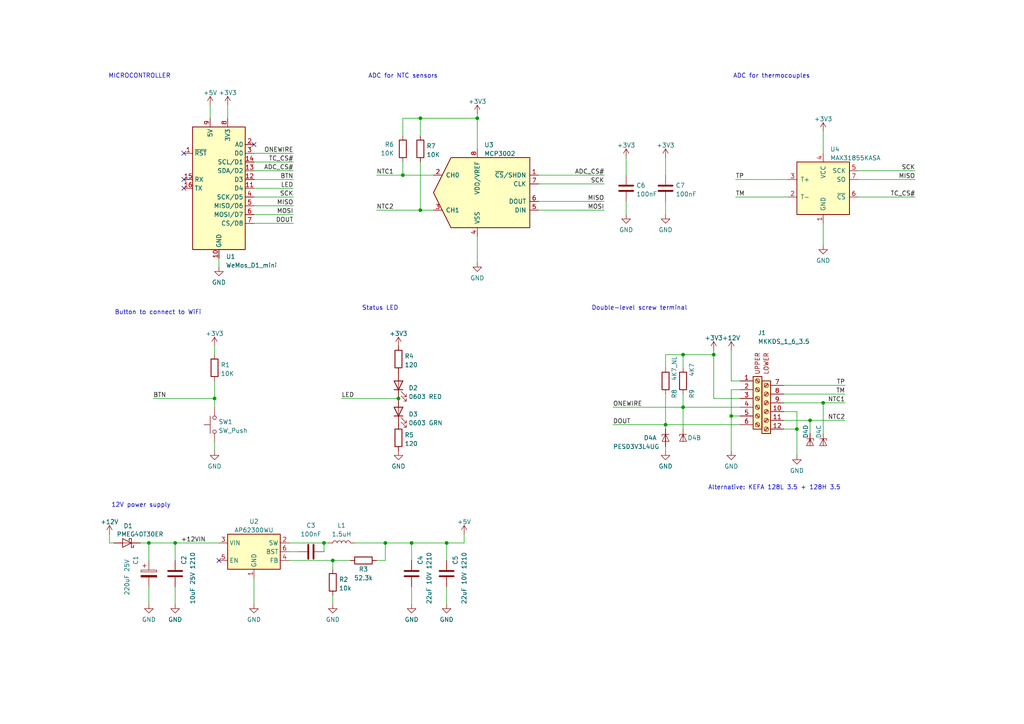
<source format=kicad_sch>
(kicad_sch (version 20211123) (generator eeschema)
  (paper "A4")
  (title_block (title "Sauna Thermometer") (date "2022-08-23") (rev "1.0") (company "Anti Sullin"))
  (lib_symbols
    (symbol "Analog_ADC:MCP3002" (pin_names (offset 1.016))
      (property "Reference" "U" (at -6.35 11.43 0))
      (property "Value" "MCP3002" (at 11.43 11.43 0))
      (symbol "MCP3002_0_1"
        (polyline (pts (xy 15.24 10.16) (xy -7.62 10.16) (xy -12.7 0) (xy -7.62 -10.16) (xy 15.24 -10.16) (xy 15.24 10.16)) (stroke (width 0.254)) (fill (type background)))
      )
      (symbol "MCP3002_1_1"
        (pin input line (at 17.78 5.08 180) (length 2.54) (name "~{CS}/SHDN") (number "1"))
        (pin passive line (at -12.7 5.08 0) (length 2.54) (name "CH0") (number "2"))
        (pin passive line (at -12.7 -5.08 0) (length 2.54) (name "CH1") (number "3"))
        (pin power_in line (at 0 -12.7 90) (length 2.54) (name "VSS") (number "4"))
        (pin input line (at 17.78 -5.08 180) (length 2.54) (name "DIN") (number "5"))
        (pin output line (at 17.78 -2.54 180) (length 2.54) (name "DOUT") (number "6"))
        (pin input line (at 17.78 2.54 180) (length 2.54) (name "CLK") (number "7"))
        (pin power_in line (at 0 12.7 270) (length 2.54) (name "VDD/VREF") (number "8"))
      )
    )
    (symbol "Device:C" (pin_numbers hide) (pin_names (offset 0.254))
      (property "Reference" "C" (at 0.635 2.54 0))
      (property "Value" "C" (at 0.635 -2.54 0))
      (symbol "C_0_1"
        (polyline (pts (xy -2.032 -0.762) (xy 2.032 -0.762)) (stroke (width 0.508)))
        (polyline (pts (xy -2.032 0.762) (xy 2.032 0.762)) (stroke (width 0.508)))
      )
      (symbol "C_1_1"
        (pin passive line (at 0 3.81 270) (length 2.794) (name "~") (number "1"))
        (pin passive line (at 0 -3.81 90) (length 2.794) (name "~") (number "2"))
      )
    )
    (symbol "Device:C_Polarized" (pin_numbers hide) (pin_names (offset 0.254))
      (property "Reference" "C" (at 0.635 2.54 0))
      (property "Value" "C_Polarized" (at 0.635 -2.54 0))
      (symbol "C_Polarized_0_1"
        (rectangle (start -2.286 0.508) (end 2.286 1.016))
        (polyline (pts (xy -1.778 2.286) (xy -0.762 2.286)))
        (polyline (pts (xy -1.27 2.794) (xy -1.27 1.778)))
        (rectangle (start 2.286 -0.508) (end -2.286 -1.016) (fill (type outline)))
      )
      (symbol "C_Polarized_1_1"
        (pin passive line (at 0 3.81 270) (length 2.794) (name "~") (number "1"))
        (pin passive line (at 0 -3.81 90) (length 2.794) (name "~") (number "2"))
      )
    )
    (symbol "Device:L" (pin_numbers hide) (pin_names (offset 1.016) hide)
      (property "Reference" "L" (at -1.27 0 90))
      (property "Value" "L" (at 1.905 0 90))
      (symbol "L_0_1"
        (arc (start 0 -2.54) (mid 0.635 -1.905) (end 0 -1.27))
        (arc (start 0 -1.27) (mid 0.635 -0.635) (end 0 0))
        (arc (start 0 0) (mid 0.635 0.635) (end 0 1.27))
        (arc (start 0 1.27) (mid 0.635 1.905) (end 0 2.54))
      )
      (symbol "L_1_1"
        (pin passive line (at 0 3.81 270) (length 1.27) (name "1") (number "1"))
        (pin passive line (at 0 -3.81 90) (length 1.27) (name "2") (number "2"))
      )
    )
    (symbol "Device:LED" (pin_numbers hide) (pin_names (offset 1.016) hide)
      (property "Reference" "D" (at 0 2.54 0))
      (property "Value" "LED" (at 0 -2.54 0))
      (symbol "LED_0_1"
        (polyline (pts (xy -1.27 -1.27) (xy -1.27 1.27)) (stroke (width 0.254)))
        (polyline (pts (xy -1.27 0) (xy 1.27 0)))
        (polyline (pts (xy 1.27 -1.27) (xy 1.27 1.27) (xy -1.27 0) (xy 1.27 -1.27)) (stroke (width 0.254)))
        (polyline (pts (xy -3.048 -0.762) (xy -4.572 -2.286) (xy -3.81 -2.286) (xy -4.572 -2.286) (xy -4.572 -1.524)))
        (polyline (pts (xy -1.778 -0.762) (xy -3.302 -2.286) (xy -2.54 -2.286) (xy -3.302 -2.286) (xy -3.302 -1.524)))
      )
      (symbol "LED_1_1"
        (pin passive line (at -3.81 0 0) (length 2.54) (name "K") (number "1"))
        (pin passive line (at 3.81 0 180) (length 2.54) (name "A") (number "2"))
      )
    )
    (symbol "Device:R" (pin_numbers hide) (pin_names (offset 0))
      (property "Reference" "R" (at 2.032 0 90))
      (property "Value" "R" (at 0 0 90))
      (symbol "R_0_1"
        (rectangle (start -1.016 -2.54) (end 1.016 2.54) (stroke (width 0.254)))
      )
      (symbol "R_1_1"
        (pin passive line (at 0 3.81 270) (length 1.27) (name "~") (number "1"))
        (pin passive line (at 0 -3.81 90) (length 1.27) (name "~") (number "2"))
      )
    )
    (symbol "Diode:PMEG40T30ER" (pin_numbers hide) (pin_names hide)
      (property "Reference" "D" (at 0 2.54 0))
      (property "Value" "PMEG40T30ER" (at 0 -2.54 0))
      (symbol "PMEG40T30ER_0_1"
        (polyline (pts (xy 1.27 0) (xy -1.27 0)))
        (polyline (pts (xy 1.27 1.27) (xy 1.27 -1.27) (xy -1.27 0) (xy 1.27 1.27)) (stroke (width 0.2032)))
        (polyline (pts (xy -1.905 0.635) (xy -1.905 1.27) (xy -1.27 1.27) (xy -1.27 -1.27) (xy -0.635 -1.27) (xy -0.635 -0.635)) (stroke (width 0.2032)))
      )
      (symbol "PMEG40T30ER_1_1"
        (pin passive line (at -3.81 0 0) (length 2.54) (name "K") (number "1"))
        (pin passive line (at 3.81 0 180) (length 2.54) (name "A") (number "2"))
      )
    )
    (symbol "MCU_Module:WeMos_D1_mini"
      (property "Reference" "U" (at 3.81 19.05 0))
      (property "Value" "WeMos_D1_mini" (at 1.27 -19.05 0))
      (symbol "WeMos_D1_mini_1_1"
        (rectangle (start -7.62 17.78) (end 7.62 -17.78) (stroke (width 0.254)) (fill (type background)))
        (pin input line (at -10.16 10.16 0) (length 2.54) (name "~{RST}") (number "1"))
        (pin power_in line (at 0 -20.32 90) (length 2.54) (name "GND") (number "10"))
        (pin bidirectional line (at 10.16 0 180) (length 2.54) (name "D4") (number "11"))
        (pin bidirectional line (at 10.16 2.54 180) (length 2.54) (name "D3") (number "12"))
        (pin bidirectional line (at 10.16 5.08 180) (length 2.54) (name "SDA/D2") (number "13"))
        (pin bidirectional line (at 10.16 7.62 180) (length 2.54) (name "SCL/D1") (number "14"))
        (pin input line (at -10.16 2.54 0) (length 2.54) (name "RX") (number "15"))
        (pin output line (at -10.16 0 0) (length 2.54) (name "TX") (number "16"))
        (pin input line (at 10.16 12.7 180) (length 2.54) (name "A0") (number "2"))
        (pin bidirectional line (at 10.16 10.16 180) (length 2.54) (name "D0") (number "3"))
        (pin bidirectional line (at 10.16 -2.54 180) (length 2.54) (name "SCK/D5") (number "4"))
        (pin bidirectional line (at 10.16 -5.08 180) (length 2.54) (name "MISO/D6") (number "5"))
        (pin bidirectional line (at 10.16 -7.62 180) (length 2.54) (name "MOSI/D7") (number "6"))
        (pin bidirectional line (at 10.16 -10.16 180) (length 2.54) (name "CS/D8") (number "7"))
        (pin power_out line (at 2.54 20.32 270) (length 2.54) (name "3V3") (number "8"))
        (pin power_in line (at -2.54 20.32 270) (length 2.54) (name "5V") (number "9"))
      )
    )
    (symbol "Power_Protection:PESD3V3L4UG" (pin_numbers hide) (pin_names hide)
      (property "Reference" "D" (at 0 2.54 0))
      (property "Value" "PESD3V3L4UG" (at 0 -2.54 0))
      (symbol "PESD3V3L4UG_0_1"
        (polyline (pts (xy -1.016 0) (xy 1.016 0)))
        (polyline (pts (xy -1.016 1.016) (xy -1.016 -1.016) (xy -0.508 -1.016)))
        (polyline (pts (xy 1.016 1.016) (xy -1.016 0) (xy 1.016 -1.016) (xy 1.016 1.016)))
      )
      (symbol "PESD3V3L4UG_1_1"
        (pin passive line (at -2.54 0 0) (length 2.54) (name "K1") (number "1"))
        (pin passive line (at 2.54 0 180) (length 2.54) (name "A") (number "2"))
      )
      (symbol "PESD3V3L4UG_2_1"
        (pin passive line (at -2.54 0 0) (length 2.54) (name "K2") (number "3"))
      )
      (symbol "PESD3V3L4UG_3_1"
        (pin passive line (at -2.54 0 0) (length 2.54) (name "K3") (number "4"))
      )
      (symbol "PESD3V3L4UG_4_1"
        (pin passive line (at -2.54 0 0) (length 2.54) (name "K4") (number "5"))
      )
    )
    (symbol "Sensor_Temperature:MAX31855KASA" (pin_names (offset 1.016))
      (property "Reference" "U" (at -7.62 8.89 0))
      (property "Value" "MAX31855KASA" (at 1.27 8.89 0))
      (symbol "MAX31855KASA_0_1"
        (rectangle (start -7.62 7.62) (end 7.62 -7.62) (stroke (width 0.254)) (fill (type background)))
      )
      (symbol "MAX31855KASA_1_1"
        (pin power_in line (at 0 -10.16 90) (length 2.54) (name "GND") (number "1"))
        (pin passive line (at -10.16 -2.54 0) (length 2.54) (name "T-") (number "2"))
        (pin passive line (at -10.16 2.54 0) (length 2.54) (name "T+") (number "3"))
        (pin power_in line (at 0 10.16 270) (length 2.54) (name "VCC") (number "4"))
        (pin input line (at 10.16 5.08 180) (length 2.54) (name "SCK") (number "5"))
        (pin input line (at 10.16 -2.54 180) (length 2.54) (name "~{CS}") (number "6"))
        (pin tri_state line (at 10.16 2.54 180) (length 2.54) (name "SO") (number "7"))
      )
    )
    (symbol "Switch:SW_Push" (pin_numbers hide) (pin_names (offset 1.016) hide)
      (property "Reference" "SW" (at 1.27 2.54 0))
      (property "Value" "SW_Push" (at 0 -1.524 0))
      (symbol "SW_Push_0_1"
        (circle (center -2.032 0) (radius 0.508))
        (polyline (pts (xy 0 1.27) (xy 0 3.048)))
        (polyline (pts (xy 2.54 1.27) (xy -2.54 1.27)))
        (circle (center 2.032 0) (radius 0.508))
        (pin passive line (at -5.08 0 0) (length 2.54) (name "1") (number "1"))
        (pin passive line (at 5.08 0 180) (length 2.54) (name "2") (number "2"))
      )
    )
    (symbol "power:+12V" (power) (pin_names (offset 0))
      (property "Value" "+12V" (at 0 3.556 0))
      (symbol "+12V_0_1"
        (polyline (pts (xy -0.762 1.27) (xy 0 2.54)))
        (polyline (pts (xy 0 0) (xy 0 2.54)))
        (polyline (pts (xy 0 2.54) (xy 0.762 1.27)))
      )
      (symbol "+12V_1_1"
        (pin power_in line (at 0 0 90) (length 0) hide (name "+12V") (number "1"))
      )
    )
    (symbol "power:+3V3" (power) (pin_names (offset 0))
      (property "Value" "+3V3" (at 0 3.556 0))
      (symbol "+3V3_0_1"
        (polyline (pts (xy -0.762 1.27) (xy 0 2.54)))
        (polyline (pts (xy 0 0) (xy 0 2.54)))
        (polyline (pts (xy 0 2.54) (xy 0.762 1.27)))
      )
      (symbol "+3V3_1_1"
        (pin power_in line (at 0 0 90) (length 0) hide (name "+3V3") (number "1"))
      )
    )
    (symbol "power:+5V" (power) (pin_names (offset 0))
      (property "Value" "+5V" (at 0 3.556 0))
      (symbol "+5V_0_1"
        (polyline (pts (xy -0.762 1.27) (xy 0 2.54)))
        (polyline (pts (xy 0 0) (xy 0 2.54)))
        (polyline (pts (xy 0 2.54) (xy 0.762 1.27)))
      )
      (symbol "+5V_1_1"
        (pin power_in line (at 0 0 90) (length 0) hide (name "+5V") (number "1"))
      )
    )
    (symbol "power:GND" (power) (pin_names (offset 0))
      (property "Value" "GND" (at 0 -3.81 0))
      (symbol "GND_0_1"
        (polyline (pts (xy 0 0) (xy 0 -1.27) (xy 1.27 -1.27) (xy 0 -2.54) (xy -1.27 -1.27) (xy 0 -1.27)))
      )
      (symbol "GND_1_1"
        (pin power_in line (at 0 0 270) (length 0) hide (name "GND") (number "1"))
      )
    )
    (symbol "th_hw2:AP62300WU"
      (property "Reference" "U" (at -7.62 6.35 0))
      (property "Value" "AP62300WU" (at 6.35 -6.35 0))
      (symbol "AP62300WU_0_1"
        (rectangle (start -7.62 5.08) (end 7.62 -5.08) (stroke (width 0.254)) (fill (type background)))
      )
      (symbol "AP62300WU_1_1"
        (pin power_in line (at 0 -7.62 90) (length 2.54) (name "GND") (number "1"))
        (pin output line (at 10.16 2.54 180) (length 2.54) (name "SW") (number "2"))
        (pin power_in line (at -10.16 2.54 0) (length 2.54) (name "VIN") (number "3"))
        (pin input line (at 10.16 -2.54 180) (length 2.54) (name "FB") (number "4"))
        (pin input line (at -10.16 -2.54 0) (length 2.54) (name "EN") (number "5"))
        (pin passive line (at 10.16 0 180) (length 2.54) (name "BST") (number "6"))
      )
    )
    (symbol "th_hw2:MKKDS_1_6_3.5" (pin_names hide)
      (property "Reference" "J" (at 0 0 0))
      (property "Value" "MKKDS_1_6_3.5" (at 0 0 0))
      (symbol "MKKDS_1_6_3.5_0_0"
        (text "LOWER" (at 0 22.86 900) (effects (font (size 1.27 1.27))))
        (text "UPPER" (at -2.54 22.86 900) (effects (font (size 1.27 1.27))))
      )
      (symbol "MKKDS_1_6_3.5_1_1"
        (rectangle (start -3.81 19.05) (end -1.27 3.81) (stroke (width 0.254)) (fill (type background)))
        (circle (center -2.54 5.08) (radius 0.635) (stroke (width 0.1524)))
        (circle (center -2.54 7.62) (radius 0.635) (stroke (width 0.1524)))
        (circle (center -2.54 10.16) (radius 0.635) (stroke (width 0.1524)))
        (circle (center -2.54 12.7) (radius 0.635) (stroke (width 0.1524)))
        (circle (center -2.54 15.24) (radius 0.635) (stroke (width 0.1524)))
        (circle (center -2.54 17.78) (radius 0.635) (stroke (width 0.1524)))
        (rectangle (start -1.27 2.54) (end 1.27 17.78) (stroke (width 0.254)) (fill (type background)))
        (polyline (pts (xy -3.0734 5.4102) (xy -2.2098 4.572)) (stroke (width 0.1524)))
        (polyline (pts (xy -3.0734 7.9502) (xy -2.2098 7.112)) (stroke (width 0.1524)))
        (polyline (pts (xy -3.0734 10.4902) (xy -2.2098 9.652)) (stroke (width 0.1524)))
        (polyline (pts (xy -3.0734 13.0302) (xy -2.2098 12.192)) (stroke (width 0.1524)))
        (polyline (pts (xy -3.0734 15.5702) (xy -2.2098 14.732)) (stroke (width 0.1524)))
        (polyline (pts (xy -3.0734 18.1102) (xy -2.2098 17.272)) (stroke (width 0.1524)))
        (polyline (pts (xy -2.8956 5.588) (xy -2.032 4.7498)) (stroke (width 0.1524)))
        (polyline (pts (xy -2.8956 8.128) (xy -2.032 7.2898)) (stroke (width 0.1524)))
        (polyline (pts (xy -2.8956 10.668) (xy -2.032 9.8298)) (stroke (width 0.1524)))
        (polyline (pts (xy -2.8956 13.208) (xy -2.032 12.3698)) (stroke (width 0.1524)))
        (polyline (pts (xy -2.8956 15.748) (xy -2.032 14.9098)) (stroke (width 0.1524)))
        (polyline (pts (xy -2.8956 18.288) (xy -2.032 17.4498)) (stroke (width 0.1524)))
        (polyline (pts (xy 0.3556 4.318) (xy -0.508 3.4798)) (stroke (width 0.1524)))
        (polyline (pts (xy 0.3556 6.858) (xy -0.508 6.0198)) (stroke (width 0.1524)))
        (polyline (pts (xy 0.3556 9.398) (xy -0.508 8.5598)) (stroke (width 0.1524)))
        (polyline (pts (xy 0.3556 11.938) (xy -0.508 11.0998)) (stroke (width 0.1524)))
        (polyline (pts (xy 0.3556 14.478) (xy -0.508 13.6398)) (stroke (width 0.1524)))
        (polyline (pts (xy 0.3556 17.018) (xy -0.508 16.1798)) (stroke (width 0.1524)))
        (polyline (pts (xy 0.5334 4.1402) (xy -0.3302 3.302)) (stroke (width 0.1524)))
        (polyline (pts (xy 0.5334 6.6802) (xy -0.3302 5.842)) (stroke (width 0.1524)))
        (polyline (pts (xy 0.5334 9.2202) (xy -0.3302 8.382)) (stroke (width 0.1524)))
        (polyline (pts (xy 0.5334 11.7602) (xy -0.3302 10.922)) (stroke (width 0.1524)))
        (polyline (pts (xy 0.5334 14.3002) (xy -0.3302 13.462)) (stroke (width 0.1524)))
        (polyline (pts (xy 0.5334 16.8402) (xy -0.3302 16.002)) (stroke (width 0.1524)))
        (circle (center 0 3.81) (radius 0.635) (stroke (width 0.1524)))
        (circle (center 0 6.35) (radius 0.635) (stroke (width 0.1524)))
        (circle (center 0 8.89) (radius 0.635) (stroke (width 0.1524)))
        (circle (center 0 11.43) (radius 0.635) (stroke (width 0.1524)))
        (circle (center 0 13.97) (radius 0.635) (stroke (width 0.1524)))
        (circle (center 0 16.51) (radius 0.635) (stroke (width 0.1524)))
        (pin passive line (at -7.62 17.78 0) (length 3.81) (name "Pin_1") (number "1"))
        (pin passive line (at 5.08 8.89 180) (length 3.81) (name "Pin_10") (number "10"))
        (pin passive line (at 5.08 6.35 180) (length 3.81) (name "Pin_11") (number "11"))
        (pin passive line (at 5.08 3.81 180) (length 3.81) (name "Pin_12") (number "12"))
        (pin passive line (at -7.62 15.24 0) (length 3.81) (name "Pin_2") (number "2"))
        (pin passive line (at -7.62 12.7 0) (length 3.81) (name "Pin_3") (number "3"))
        (pin passive line (at -7.62 10.16 0) (length 3.81) (name "Pin_4") (number "4"))
        (pin passive line (at -7.62 7.62 0) (length 3.81) (name "Pin_5") (number "5"))
        (pin passive line (at -7.62 5.08 0) (length 3.81) (name "Pin_6") (number "6"))
        (pin passive line (at 5.08 16.51 180) (length 3.81) (name "Pin_7") (number "7"))
        (pin passive line (at 5.08 13.97 180) (length 3.81) (name "Pin_8") (number "8"))
        (pin passive line (at 5.08 11.43 180) (length 3.81) (name "Pin_9") (number "9"))
      )
    )
  )
  (junction (at 43.18 157.48))
  (junction (at 138.43 34.29))
  (junction (at 111.76 157.48))
  (junction (at 116.84 50.8))
  (junction (at 193.04 123.19))
  (junction (at 96.52 162.56))
  (junction (at 238.76 116.84))
  (junction (at 50.8 157.48))
  (junction (at 234.95 121.92))
  (junction (at 119.38 157.48))
  (junction (at 129.54 157.48))
  (junction (at 207.01 102.87))
  (junction (at 121.92 34.29))
  (junction (at 198.12 118.11))
  (junction (at 121.92 60.96))
  (junction (at 115.57 115.57))
  (junction (at 93.98 157.48))
  (junction (at 231.14 124.46))
  (junction (at 212.09 120.65))
  (junction (at 62.23 115.57))
  (junction (at 198.12 102.87))
  (no_connect (at 63.5 162.56))
  (no_connect (at 53.34 44.45))
  (no_connect (at 53.34 52.07))
  (no_connect (at 53.34 54.61))
  (no_connect (at 73.66 41.91))
  (wire (pts (xy 181.61 45.72) (xy 181.61 50.8)))
  (wire (pts (xy 181.61 58.42) (xy 181.61 62.23)))
  (wire (pts (xy 93.98 157.48) (xy 93.98 160.02)))
  (wire (pts (xy 231.14 119.38) (xy 231.14 124.46)))
  (wire (pts (xy 62.23 128.27) (xy 62.23 130.81)))
  (wire (pts (xy 245.11 121.92) (xy 234.95 121.92)))
  (wire (pts (xy 227.33 116.84) (xy 238.76 116.84)))
  (wire (pts (xy 198.12 124.46) (xy 198.12 118.11)))
  (wire (pts (xy 33.02 157.48) (xy 31.75 157.48)))
  (wire (pts (xy 62.23 115.57) (xy 62.23 118.11)))
  (wire (pts (xy 227.33 121.92) (xy 234.95 121.92)))
  (wire (pts (xy 40.64 157.48) (xy 43.18 157.48)))
  (wire (pts (xy 227.33 119.38) (xy 231.14 119.38)))
  (wire (pts (xy 73.66 62.23) (xy 85.09 62.23)))
  (wire (pts (xy 109.22 60.96) (xy 121.92 60.96)))
  (wire (pts (xy 213.36 57.15) (xy 228.6 57.15)))
  (wire (pts (xy 156.21 50.8) (xy 175.26 50.8)))
  (wire (pts (xy 156.21 53.34) (xy 175.26 53.34)))
  (wire (pts (xy 138.43 33.02) (xy 138.43 34.29)))
  (wire (pts (xy 238.76 38.1) (xy 238.76 44.45)))
  (wire (pts (xy 129.54 157.48) (xy 134.62 157.48)))
  (wire (pts (xy 193.04 123.19) (xy 214.63 123.19)))
  (wire (pts (xy 156.21 60.96) (xy 175.26 60.96)))
  (wire (pts (xy 102.87 157.48) (xy 111.76 157.48)))
  (wire (pts (xy 60.96 30.48) (xy 60.96 34.29)))
  (wire (pts (xy 62.23 110.49) (xy 62.23 115.57)))
  (wire (pts (xy 198.12 102.87) (xy 207.01 102.87)))
  (wire (pts (xy 193.04 123.19) (xy 193.04 124.46)))
  (wire (pts (xy 134.62 154.94) (xy 134.62 157.48)))
  (wire (pts (xy 129.54 170.18) (xy 129.54 175.26)))
  (wire (pts (xy 43.18 157.48) (xy 50.8 157.48)))
  (wire (pts (xy 207.01 101.6) (xy 207.01 102.87)))
  (wire (pts (xy 96.52 175.26) (xy 96.52 172.72)))
  (wire (pts (xy 138.43 68.58) (xy 138.43 76.2)))
  (wire (pts (xy 156.21 58.42) (xy 175.26 58.42)))
  (wire (pts (xy 212.09 120.65) (xy 214.63 120.65)))
  (wire (pts (xy 50.8 170.18) (xy 50.8 175.26)))
  (wire (pts (xy 31.75 157.48) (xy 31.75 154.94)))
  (wire (pts (xy 212.09 120.65) (xy 212.09 130.81)))
  (wire (pts (xy 177.8 123.19) (xy 193.04 123.19)))
  (wire (pts (xy 138.43 34.29) (xy 138.43 43.18)))
  (wire (pts (xy 43.18 170.18) (xy 43.18 175.26)))
  (wire (pts (xy 116.84 50.8) (xy 125.73 50.8)))
  (wire (pts (xy 121.92 46.99) (xy 121.92 60.96)))
  (wire (pts (xy 121.92 34.29) (xy 138.43 34.29)))
  (wire (pts (xy 193.04 58.42) (xy 193.04 62.23)))
  (wire (pts (xy 193.04 106.68) (xy 193.04 102.87)))
  (wire (pts (xy 116.84 39.37) (xy 116.84 34.29)))
  (wire (pts (xy 111.76 157.48) (xy 119.38 157.48)))
  (wire (pts (xy 83.82 162.56) (xy 96.52 162.56)))
  (wire (pts (xy 73.66 167.64) (xy 73.66 175.26)))
  (wire (pts (xy 73.66 54.61) (xy 85.09 54.61)))
  (wire (pts (xy 109.22 50.8) (xy 116.84 50.8)))
  (wire (pts (xy 111.76 162.56) (xy 111.76 157.48)))
  (wire (pts (xy 248.92 52.07) (xy 265.43 52.07)))
  (wire (pts (xy 121.92 39.37) (xy 121.92 34.29)))
  (wire (pts (xy 248.92 57.15) (xy 265.43 57.15)))
  (wire (pts (xy 129.54 162.56) (xy 129.54 157.48)))
  (wire (pts (xy 231.14 124.46) (xy 231.14 132.08)))
  (wire (pts (xy 234.95 121.92) (xy 234.95 125.73)))
  (wire (pts (xy 119.38 157.48) (xy 119.38 162.56)))
  (wire (pts (xy 177.8 118.11) (xy 198.12 118.11)))
  (wire (pts (xy 116.84 34.29) (xy 121.92 34.29)))
  (wire (pts (xy 227.33 111.76) (xy 245.11 111.76)))
  (wire (pts (xy 96.52 162.56) (xy 101.6 162.56)))
  (wire (pts (xy 73.66 57.15) (xy 85.09 57.15)))
  (wire (pts (xy 238.76 116.84) (xy 238.76 125.73)))
  (wire (pts (xy 207.01 115.57) (xy 214.63 115.57)))
  (wire (pts (xy 109.22 162.56) (xy 111.76 162.56)))
  (wire (pts (xy 73.66 59.69) (xy 85.09 59.69)))
  (wire (pts (xy 83.82 157.48) (xy 93.98 157.48)))
  (wire (pts (xy 96.52 165.1) (xy 96.52 162.56)))
  (wire (pts (xy 83.82 160.02) (xy 86.36 160.02)))
  (wire (pts (xy 227.33 124.46) (xy 231.14 124.46)))
  (wire (pts (xy 119.38 157.48) (xy 129.54 157.48)))
  (wire (pts (xy 248.92 49.53) (xy 265.43 49.53)))
  (wire (pts (xy 198.12 102.87) (xy 198.12 106.68)))
  (wire (pts (xy 73.66 46.99) (xy 85.09 46.99)))
  (wire (pts (xy 50.8 157.48) (xy 63.5 157.48)))
  (wire (pts (xy 44.45 115.57) (xy 62.23 115.57)))
  (wire (pts (xy 214.63 110.49) (xy 212.09 110.49)))
  (wire (pts (xy 238.76 64.77) (xy 238.76 71.12)))
  (wire (pts (xy 73.66 49.53) (xy 85.09 49.53)))
  (wire (pts (xy 212.09 113.03) (xy 212.09 120.65)))
  (wire (pts (xy 193.04 114.3) (xy 193.04 123.19)))
  (wire (pts (xy 73.66 64.77) (xy 85.09 64.77)))
  (wire (pts (xy 43.18 157.48) (xy 43.18 162.56)))
  (wire (pts (xy 245.11 116.84) (xy 238.76 116.84)))
  (wire (pts (xy 198.12 114.3) (xy 198.12 118.11)))
  (wire (pts (xy 212.09 110.49) (xy 212.09 101.6)))
  (wire (pts (xy 207.01 102.87) (xy 207.01 115.57)))
  (wire (pts (xy 198.12 118.11) (xy 214.63 118.11)))
  (wire (pts (xy 119.38 170.18) (xy 119.38 175.26)))
  (wire (pts (xy 73.66 52.07) (xy 85.09 52.07)))
  (wire (pts (xy 50.8 157.48) (xy 50.8 162.56)))
  (wire (pts (xy 99.06 115.57) (xy 115.57 115.57)))
  (wire (pts (xy 193.04 45.72) (xy 193.04 50.8)))
  (wire (pts (xy 116.84 46.99) (xy 116.84 50.8)))
  (wire (pts (xy 63.5 74.93) (xy 63.5 77.47)))
  (wire (pts (xy 93.98 157.48) (xy 95.25 157.48)))
  (wire (pts (xy 214.63 113.03) (xy 212.09 113.03)))
  (wire (pts (xy 62.23 100.33) (xy 62.23 102.87)))
  (wire (pts (xy 213.36 52.07) (xy 228.6 52.07)))
  (wire (pts (xy 66.04 30.48) (xy 66.04 34.29)))
  (wire (pts (xy 193.04 129.54) (xy 193.04 130.81)))
  (wire (pts (xy 193.04 102.87) (xy 198.12 102.87)))
  (wire (pts (xy 227.33 114.3) (xy 245.11 114.3)))
  (wire (pts (xy 73.66 44.45) (xy 85.09 44.45)))
  (wire (pts (xy 121.92 60.96) (xy 125.73 60.96)))
  (text "Button to connect to WiFi" (at 58.42 91.44 180) (effects (font (size 1.27 1.27)) (justify right bottom)))
  (text "MICROCONTROLLER" (at 49.53 22.86 180) (effects (font (size 1.27 1.27)) (justify right bottom)))
  (text "12V power supply" (at 49.53 147.32 180) (effects (font (size 1.27 1.27)) (justify right bottom)))
  (text "Status LED" (at 115.57 90.17 180) (effects (font (size 1.27 1.27)) (justify right bottom)))
  (text "ADC for NTC sensors" (at 127 22.86 180) (effects (font (size 1.27 1.27)) (justify right bottom)))
  (text "Double-level screw terminal" (at 199.39 90.17 180) (effects (font (size 1.27 1.27)) (justify right bottom)))
  (text "ADC for thermocouples" (at 234.95 22.86 180) (effects (font (size 1.27 1.27)) (justify right bottom)))
  (text "Alternative: KEFA 128L 3.5 + 128H 3.5" (at 243.84 142.24 180) (effects (font (size 1.27 1.27)) (justify right bottom)))
  (label "ADC_CS#" (at 85.09 49.53 180))
  (label "SCK" (at 175.26 53.34 180))
  (label "MISO" (at 85.09 59.69 180))
  (label "ONEWIRE" (at 85.09 44.45 180))
  (label "BTN" (at 85.09 52.07 180))
  (label "DOUT" (at 177.8 123.19 0))
  (label "+12VIN" (at 59.69 157.48 180))
  (label "ADC_CS#" (at 175.26 50.8 180))
  (label "TM" (at 245.11 114.3 180))
  (label "SCK" (at 265.43 49.53 180))
  (label "LED" (at 85.09 54.61 180))
  (label "MISO" (at 265.43 52.07 180))
  (label "ONEWIRE" (at 177.8 118.11 0))
  (label "TC_CS#" (at 265.43 57.15 180))
  (label "SCK" (at 85.09 57.15 180))
  (label "NTC2" (at 109.22 60.96 0))
  (label "MOSI" (at 175.26 60.96 180))
  (label "NTC1" (at 245.11 116.84 180))
  (label "LED" (at 99.06 115.57 0))
  (label "BTN" (at 44.45 115.57 0))
  (label "MISO" (at 175.26 58.42 180))
  (label "TP" (at 245.11 111.76 180))
  (label "TP" (at 213.36 52.07 0))
  (label "TM" (at 213.36 57.15 0))
  (label "DOUT" (at 85.09 64.77 180))
  (label "NTC1" (at 109.22 50.8 0))
  (label "TC_CS#" (at 85.09 46.99 180))
  (label "MOSI" (at 85.09 62.23 180))
  (label "NTC2" (at 245.11 121.92 180))
  (symbol (lib_id "power:GND") (at 63.5 77.47 0) (unit 1)
    (property "Reference" "#PWR07" (effects hide))
    (property "Value" "GND" (at 63.5 81.9134 0))
  )
  (symbol (lib_id "power:GND") (at 50.8 175.26 0) (unit 1)
    (property "Reference" "#PWR03" (effects hide))
    (property "Value" "GND" (at 50.8 179.7034 0))
  )
  (symbol (lib_id "power:+3V3") (at 193.04 45.72 0) (unit 1)
    (property "Reference" "#PWR022" (effects hide))
    (property "Value" "+3V3" (at 193.04 42.1442 0))
  )
  (symbol (lib_id "Power_Protection:PESD3V3L4UG") (at 193.04 127 270) (unit 1)
    (property "Reference" "D4" (at 186.69 127 90) (effects (justify left)))
    (property "Value" "PESD3V3L4UG" (at 177.8 129.54 90) (effects (justify left)))
    (property "Footprint" "Package_TO_SOT_SMD:SOT-353_SC-70-5" (effects hide))
    (property "Datasheet" "https://assets.nexperia.com/documents/data-sheet/PESDXL4UF_G_W.pdf" (effects hide))
  )
  (symbol (lib_id "Device:R") (at 116.84 43.18 0) (unit 1)
    (property "Reference" "R6" (at 114.3 41.91 0) (effects (justify right)))
    (property "Value" "10K" (at 114.3 44.45 0) (effects (justify right)))
    (property "Footprint" "Resistor_SMD:R_0805_2012Metric_Pad1.20x1.40mm_HandSolder" (effects hide))
  )
  (symbol (lib_id "Power_Protection:PESD3V3L4UG") (at 234.95 128.27 90) (mirror x) (unit 4)
    (property "Reference" "D4" (at 233.68 123.19 0) (effects (justify left)))
    (property "Value" "PESD3V3L4UG" (effects hide))
    (property "Footprint" "Package_TO_SOT_SMD:SOT-353_SC-70-5" (effects hide))
    (property "Datasheet" "https://assets.nexperia.com/documents/data-sheet/PESDXL4UF_G_W.pdf" (effects hide))
  )
  (symbol (lib_id "power:GND") (at 181.61 62.23 0) (unit 1)
    (property "Reference" "#PWR020" (effects hide))
    (property "Value" "GND" (at 181.61 66.6734 0))
  )
  (symbol (lib_id "Device:LED") (at 115.57 111.76 90) (unit 1)
    (property "Reference" "D2" (at 118.491 112.5128 90) (effects (justify right)))
    (property "Value" "0603 RED" (at 118.491 115.0497 90) (effects (justify right)))
    (property "Footprint" "LED_SMD:LED_0805_2012Metric_Pad1.15x1.40mm_HandSolder" (effects hide))
  )
  (symbol (lib_id "Device:C") (at 181.61 54.61 0) (unit 1)
    (property "Reference" "C6" (at 184.531 53.7753 0) (effects (justify left)))
    (property "Value" "100nF" (at 184.531 56.3122 0) (effects (justify left)))
    (property "Footprint" "Capacitor_SMD:C_0805_2012Metric_Pad1.18x1.45mm_HandSolder" (effects hide))
  )
  (symbol (lib_id "power:GND") (at 115.57 130.81 0) (unit 1)
    (property "Reference" "#PWR012" (effects hide))
    (property "Value" "GND" (at 115.57 135.2534 0))
  )
  (symbol (lib_id "Device:C") (at 119.38 166.37 0) (unit 1)
    (property "Reference" "C4" (at 121.92 163.83 90) (effects (justify left)))
    (property "Value" "22uF 10V 1210" (at 124.46 175.26 90) (effects (justify left)))
    (property "Footprint" "Capacitor_SMD:C_0805_2012Metric_Pad1.18x1.45mm_HandSolder" (effects hide))
  )
  (symbol (lib_id "Device:R") (at 115.57 104.14 0) (unit 1)
    (property "Reference" "R4" (at 117.348 103.3053 0) (effects (justify left)))
    (property "Value" "120" (at 117.348 105.8422 0) (effects (justify left)))
    (property "Footprint" "Resistor_SMD:R_0805_2012Metric_Pad1.20x1.40mm_HandSolder" (effects hide))
  )
  (symbol (lib_id "Device:C") (at 193.04 54.61 0) (unit 1)
    (property "Reference" "C7" (at 195.961 53.7753 0) (effects (justify left)))
    (property "Value" "100nF" (at 195.961 56.3122 0) (effects (justify left)))
    (property "Footprint" "Capacitor_SMD:C_0805_2012Metric_Pad1.18x1.45mm_HandSolder" (effects hide))
  )
  (symbol (lib_id "Device:L") (at 99.06 157.48 90) (unit 1)
    (property "Reference" "L1" (at 99.06 152.4 90))
    (property "Value" "1.5uH" (at 99.06 154.94 90))
    (property "Footprint" "Inductor_SMD:L_1008_2520Metric_Pad1.43x2.20mm_HandSolder" (effects hide))
  )
  (symbol (lib_id "Diode:PMEG40T30ER") (at 36.83 157.48 180) (unit 1)
    (property "Reference" "D1" (at 37.1475 152.5356 0))
    (property "Value" "PMEG40T30ER" (at 40.64 154.94 0))
    (property "Footprint" "Diode_SMD:Nexperia_CFP3_SOD-123W" (effects hide))
    (property "Datasheet" "https://assets.nexperia.com/documents/data-sheet/PMEG40T30ER.pdf" (effects hide))
  )
  (symbol (lib_id "Device:C_Polarized") (at 43.18 166.37 0) (unit 1)
    (property "Reference" "C1" (at 39.37 163.83 90) (effects (justify left)))
    (property "Value" "220uF 25V" (at 36.83 172.72 90) (effects (justify left)))
    (property "Footprint" "Capacitor_THT:CP_Radial_D8.0mm_P3.50mm" (effects hide))
  )
  (symbol (lib_id "power:+3V3") (at 66.04 30.48 0) (unit 1)
    (property "Reference" "#PWR08" (effects hide))
    (property "Value" "+3V3" (at 66.04 26.9042 0))
  )
  (symbol (lib_id "Device:R") (at 96.52 168.91 0) (unit 1)
    (property "Reference" "R2" (at 98.298 168.0753 0) (effects (justify left)))
    (property "Value" "10k" (at 98.298 170.6122 0) (effects (justify left)))
    (property "Footprint" "Resistor_SMD:R_0805_2012Metric_Pad1.20x1.40mm_HandSolder" (effects hide))
  )
  (symbol (lib_id "power:+5V") (at 134.62 154.94 0) (unit 1)
    (property "Reference" "#PWR015" (effects hide))
    (property "Value" "+5V" (at 134.62 151.3642 0))
  )
  (symbol (lib_id "power:+3V3") (at 115.57 100.33 0) (unit 1)
    (property "Reference" "#PWR011" (effects hide))
    (property "Value" "+3V3" (at 115.57 96.7542 0))
  )
  (symbol (lib_id "power:GND") (at 193.04 62.23 0) (unit 1)
    (property "Reference" "#PWR023" (effects hide))
    (property "Value" "GND" (at 193.04 66.6734 0))
  )
  (symbol (lib_id "Analog_ADC:MCP3002") (at 138.43 55.88 0) (unit 1)
    (property "Reference" "U3" (at 140.4494 42.0202 0) (effects (justify left)))
    (property "Value" "MCP3002" (at 140.4494 44.5571 0) (effects (justify left)))
    (property "Footprint" "Package_SO:SOIC-8_3.9x4.9mm_P1.27mm" (effects hide))
    (property "Datasheet" "http://ww1.microchip.com/downloads/en/DeviceDoc/21294E.pdf" (effects hide))
  )
  (symbol (lib_id "power:GND") (at 193.04 130.81 0) (unit 1)
    (property "Reference" "#PWR018" (effects hide))
    (property "Value" "GND" (at 193.04 135.2534 0))
  )
  (symbol (lib_id "power:+3V3") (at 181.61 45.72 0) (unit 1)
    (property "Reference" "#PWR019" (effects hide))
    (property "Value" "+3V3" (at 181.61 42.1442 0))
  )
  (symbol (lib_id "power:+5V") (at 60.96 30.48 0) (unit 1)
    (property "Reference" "#PWR04" (effects hide))
    (property "Value" "+5V" (at 60.96 26.9042 0))
  )
  (symbol (lib_id "power:GND") (at 43.18 175.26 0) (unit 1)
    (property "Reference" "#PWR02" (effects hide))
    (property "Value" "GND" (at 43.18 179.7034 0))
  )
  (symbol (lib_id "Sensor_Temperature:MAX31855KASA") (at 238.76 54.61 0) (unit 1)
    (property "Reference" "U4" (at 240.7794 43.2902 0) (effects (justify left)))
    (property "Value" "MAX31855KASA" (at 240.7794 45.8271 0) (effects (justify left)))
    (property "Footprint" "Package_SO:SOIC-8_3.9x4.9mm_P1.27mm" (effects hide))
    (property "Datasheet" "http://datasheets.maximintegrated.com/en/ds/MAX31855.pdf" (effects hide))
  )
  (symbol (lib_id "power:+12V") (at 212.09 101.6 0) (unit 1)
    (property "Reference" "#PWR024" (effects hide))
    (property "Value" "+12V" (at 212.09 98.0242 0))
  )
  (symbol (lib_id "power:GND") (at 129.54 175.26 0) (unit 1)
    (property "Reference" "#PWR014" (effects hide))
    (property "Value" "GND" (at 129.54 179.7034 0))
  )
  (symbol (lib_id "power:GND") (at 73.66 175.26 0) (unit 1)
    (property "Reference" "#PWR09" (effects hide))
    (property "Value" "GND" (at 73.66 179.7034 0))
  )
  (symbol (lib_id "power:+3V3") (at 138.43 33.02 0) (unit 1)
    (property "Reference" "#PWR016" (effects hide))
    (property "Value" "+3V3" (at 138.43 29.4442 0))
  )
  (symbol (lib_id "MCU_Module:WeMos_D1_mini") (at 63.5 54.61 0) (unit 1)
    (property "Reference" "U1" (at 65.5194 74.4204 0) (effects (justify left)))
    (property "Value" "WeMos_D1_mini" (at 65.5194 76.9573 0) (effects (justify left)))
    (property "Footprint" "th_hw2:WEMOS_D1_mini_light_flip" (effects hide))
    (property "Datasheet" "https://wiki.wemos.cc/products:d1:d1_mini#documentation" (effects hide))
  )
  (symbol (lib_id "Device:R") (at 193.04 110.49 0) (unit 1)
    (property "Reference" "R8" (at 195.58 115.57 90) (effects (justify left)))
    (property "Value" "4K7_NL" (at 195.58 110.49 90) (effects (justify left)))
    (property "Footprint" "Resistor_SMD:R_0805_2012Metric_Pad1.20x1.40mm_HandSolder" (effects hide))
  )
  (symbol (lib_id "Device:R") (at 62.23 106.68 0) (unit 1)
    (property "Reference" "R1" (at 64.008 105.8453 0) (effects (justify left)))
    (property "Value" "10K" (at 64.008 108.3822 0) (effects (justify left)))
    (property "Footprint" "Resistor_SMD:R_0805_2012Metric_Pad1.20x1.40mm_HandSolder" (effects hide))
  )
  (symbol (lib_id "Device:LED") (at 115.57 119.38 90) (unit 1)
    (property "Reference" "D3" (at 118.491 120.1328 90) (effects (justify right)))
    (property "Value" "0603 GRN" (at 118.491 122.6697 90) (effects (justify right)))
    (property "Footprint" "LED_SMD:LED_0805_2012Metric_Pad1.15x1.40mm_HandSolder" (effects hide))
  )
  (symbol (lib_id "th_hw2:MKKDS_1_6_3.5") (at 222.25 128.27 0) (unit 1)
    (property "Reference" "J1" (at 220.98 96.52 0))
    (property "Value" "MKKDS_1_6_3.5" (at 227.33 99.06 0))
    (property "Footprint" "th_hw2:PHO_MKKDS_1_6_3.5" (effects hide))
  )
  (symbol (lib_id "th_hw2:AP62300WU") (at 73.66 160.02 0) (unit 1)
    (property "Reference" "U2" (at 73.66 151.2402 0))
    (property "Value" "AP62300WU" (at 73.66 153.7771 0))
    (property "Footprint" "Package_TO_SOT_SMD:TSOT-23-6" (effects hide))
    (property "Datasheet" "https://www.diodes.com/assets/Datasheets/AP62300_AP62301_AP62300T.pdf" (effects hide))
  )
  (symbol (lib_id "power:GND") (at 119.38 175.26 0) (unit 1)
    (property "Reference" "#PWR013" (effects hide))
    (property "Value" "GND" (at 119.38 179.7034 0))
  )
  (symbol (lib_id "power:GND") (at 138.43 76.2 0) (unit 1)
    (property "Reference" "#PWR017" (effects hide))
    (property "Value" "GND" (at 138.43 80.6434 0))
  )
  (symbol (lib_id "power:+12V") (at 31.75 154.94 0) (unit 1)
    (property "Reference" "#PWR01" (effects hide))
    (property "Value" "+12V" (at 31.75 151.3642 0))
  )
  (symbol (lib_id "power:+3V3") (at 238.76 38.1 0) (unit 1)
    (property "Reference" "#PWR026" (effects hide))
    (property "Value" "+3V3" (at 238.76 34.5242 0))
  )
  (symbol (lib_id "power:+3V3") (at 62.23 100.33 0) (unit 1)
    (property "Reference" "#PWR05" (effects hide))
    (property "Value" "+3V3" (at 62.23 96.7542 0))
  )
  (symbol (lib_id "Device:C") (at 129.54 166.37 0) (unit 1)
    (property "Reference" "C5" (at 132.08 163.83 90) (effects (justify left)))
    (property "Value" "22uF 10V 1210" (at 134.62 175.26 90) (effects (justify left)))
    (property "Footprint" "Capacitor_SMD:C_0805_2012Metric_Pad1.18x1.45mm_HandSolder" (effects hide))
  )
  (symbol (lib_id "power:GND") (at 238.76 71.12 0) (unit 1)
    (property "Reference" "#PWR027" (effects hide))
    (property "Value" "GND" (at 238.76 75.5634 0))
  )
  (symbol (lib_id "Device:C") (at 50.8 166.37 0) (unit 1)
    (property "Reference" "C2" (at 53.34 163.83 90) (effects (justify left)))
    (property "Value" "10uF 25V 1210" (at 55.88 175.26 90) (effects (justify left)))
    (property "Footprint" "Capacitor_SMD:C_0805_2012Metric_Pad1.18x1.45mm_HandSolder" (effects hide))
  )
  (symbol (lib_id "power:GND") (at 96.52 175.26 0) (unit 1)
    (property "Reference" "#PWR010" (effects hide))
    (property "Value" "GND" (at 96.52 179.7034 0))
  )
  (symbol (lib_id "Device:R") (at 198.12 110.49 0) (unit 1)
    (property "Reference" "R9" (at 200.66 115.57 90) (effects (justify left)))
    (property "Value" "4K7" (at 200.66 109.22 90) (effects (justify left)))
    (property "Footprint" "Resistor_SMD:R_0805_2012Metric_Pad1.20x1.40mm_HandSolder" (effects hide))
  )
  (symbol (lib_id "Device:C") (at 90.17 160.02 90) (unit 1)
    (property "Reference" "C3" (at 90.17 152.4 90))
    (property "Value" "100nF" (at 90.17 154.94 90))
    (property "Footprint" "Capacitor_SMD:C_0805_2012Metric_Pad1.18x1.45mm_HandSolder" (effects hide))
  )
  (symbol (lib_id "power:GND") (at 231.14 132.08 0) (mirror y) (unit 1)
    (property "Reference" "#PWR028" (effects hide))
    (property "Value" "GND" (at 231.14 136.5234 0))
  )
  (symbol (lib_id "power:+3V3") (at 207.01 101.6 0) (unit 1)
    (property "Reference" "#PWR021" (effects hide))
    (property "Value" "+3V3" (at 207.01 98.0242 0))
  )
  (symbol (lib_id "Device:R") (at 115.57 127 0) (unit 1)
    (property "Reference" "R5" (at 117.348 126.1653 0) (effects (justify left)))
    (property "Value" "120" (at 117.348 128.7022 0) (effects (justify left)))
    (property "Footprint" "Resistor_SMD:R_0805_2012Metric_Pad1.20x1.40mm_HandSolder" (effects hide))
  )
  (symbol (lib_id "Device:R") (at 121.92 43.18 0) (unit 1)
    (property "Reference" "R7" (at 123.698 42.3453 0) (effects (justify left)))
    (property "Value" "10K" (at 123.698 44.8822 0) (effects (justify left)))
    (property "Footprint" "Resistor_SMD:R_0805_2012Metric_Pad1.20x1.40mm_HandSolder" (effects hide))
  )
  (symbol (lib_id "Switch:SW_Push") (at 62.23 123.19 90) (unit 1)
    (property "Reference" "SW1" (at 63.373 122.3553 90) (effects (justify right)))
    (property "Value" "SW_Push" (at 63.373 124.8922 90) (effects (justify right)))
    (property "Footprint" "Button_Switch_THT:SW_Tactile_SPST_Angled_PTS645Vx31-2LFS" (effects hide))
  )
  (symbol (lib_id "Device:R") (at 105.41 162.56 90) (unit 1)
    (property "Reference" "R3" (at 105.41 165.1 90))
    (property "Value" "52.3k" (at 105.41 167.64 90))
    (property "Footprint" "Resistor_SMD:R_0805_2012Metric_Pad1.20x1.40mm_HandSolder" (effects hide))
  )
  (symbol (lib_id "Power_Protection:PESD3V3L4UG") (at 238.76 128.27 90) (mirror x) (unit 3)
    (property "Reference" "D4" (at 237.49 123.19 0) (effects (justify left)))
    (property "Value" "PESD3V3L4UG" (effects hide))
    (property "Footprint" "Package_TO_SOT_SMD:SOT-353_SC-70-5" (effects hide))
    (property "Datasheet" "https://assets.nexperia.com/documents/data-sheet/PESDXL4UF_G_W.pdf" (effects hide))
  )
  (symbol (lib_id "power:GND") (at 212.09 130.81 0) (unit 1)
    (property "Reference" "#PWR025" (effects hide))
    (property "Value" "GND" (at 212.09 135.2534 0))
  )
  (symbol (lib_id "Power_Protection:PESD3V3L4UG") (at 198.12 127 270) (unit 2)
    (property "Reference" "D4" (at 199.39 127 90) (effects (justify left)))
    (property "Value" "PESD3V3L4UG" (effects hide))
    (property "Footprint" "Package_TO_SOT_SMD:SOT-353_SC-70-5" (effects hide))
    (property "Datasheet" "https://assets.nexperia.com/documents/data-sheet/PESDXL4UF_G_W.pdf" (effects hide))
  )
  (symbol (lib_id "power:GND") (at 62.23 130.81 0) (unit 1)
    (property "Reference" "#PWR06" (effects hide))
    (property "Value" "GND" (at 62.23 135.2534 0))
  )
)
</source>
